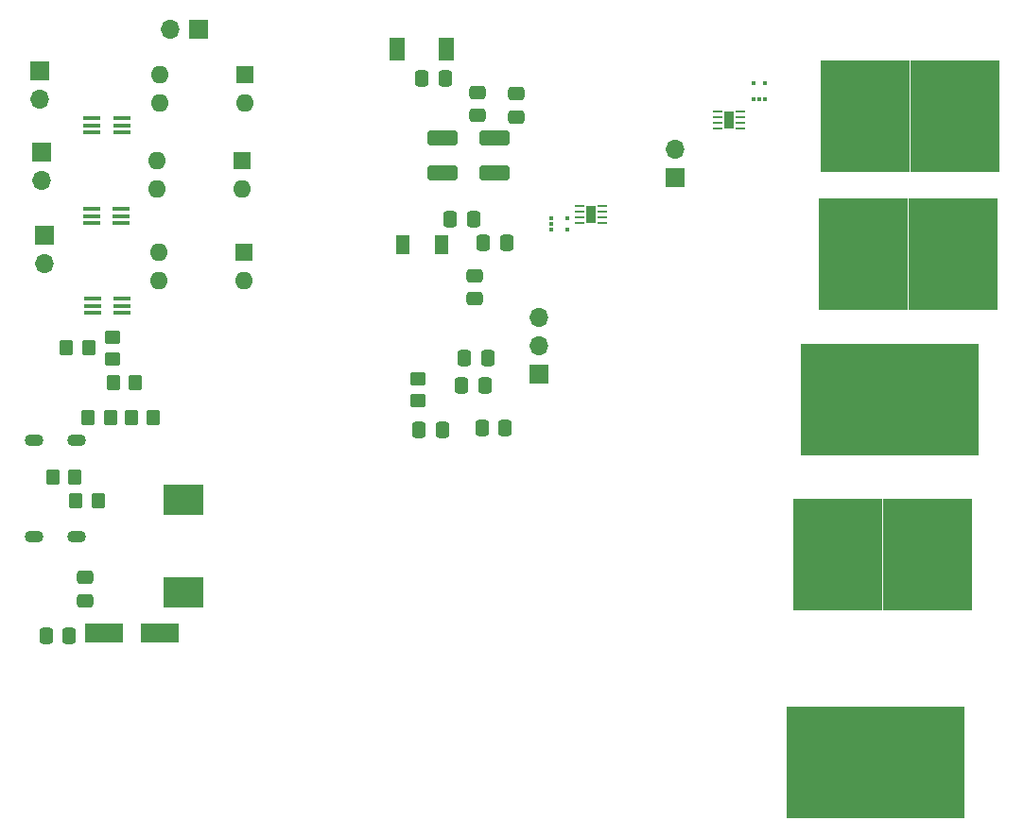
<source format=gbr>
%TF.GenerationSoftware,KiCad,Pcbnew,(6.0.2)*%
%TF.CreationDate,2022-04-11T01:59:28-07:00*%
%TF.ProjectId,schematic,73636865-6d61-4746-9963-2e6b69636164,rev?*%
%TF.SameCoordinates,Original*%
%TF.FileFunction,Soldermask,Bot*%
%TF.FilePolarity,Negative*%
%FSLAX46Y46*%
G04 Gerber Fmt 4.6, Leading zero omitted, Abs format (unit mm)*
G04 Created by KiCad (PCBNEW (6.0.2)) date 2022-04-11 01:59:28*
%MOMM*%
%LPD*%
G01*
G04 APERTURE LIST*
G04 Aperture macros list*
%AMRoundRect*
0 Rectangle with rounded corners*
0 $1 Rounding radius*
0 $2 $3 $4 $5 $6 $7 $8 $9 X,Y pos of 4 corners*
0 Add a 4 corners polygon primitive as box body*
4,1,4,$2,$3,$4,$5,$6,$7,$8,$9,$2,$3,0*
0 Add four circle primitives for the rounded corners*
1,1,$1+$1,$2,$3*
1,1,$1+$1,$4,$5*
1,1,$1+$1,$6,$7*
1,1,$1+$1,$8,$9*
0 Add four rect primitives between the rounded corners*
20,1,$1+$1,$2,$3,$4,$5,0*
20,1,$1+$1,$4,$5,$6,$7,0*
20,1,$1+$1,$6,$7,$8,$9,0*
20,1,$1+$1,$8,$9,$2,$3,0*%
G04 Aperture macros list end*
%ADD10R,8.000000X10.000000*%
%ADD11RoundRect,0.062500X0.325000X0.062500X-0.325000X0.062500X-0.325000X-0.062500X0.325000X-0.062500X0*%
%ADD12R,0.900000X1.650000*%
%ADD13R,1.700000X1.700000*%
%ADD14O,1.700000X1.700000*%
%ADD15R,0.300000X0.450000*%
%ADD16O,1.700000X1.100000*%
%ADD17R,0.450000X0.300000*%
%ADD18R,1.400000X2.100000*%
%ADD19RoundRect,0.250000X0.450000X-0.350000X0.450000X0.350000X-0.450000X0.350000X-0.450000X-0.350000X0*%
%ADD20R,3.500000X1.800000*%
%ADD21R,1.300000X1.700000*%
%ADD22R,1.600000X1.600000*%
%ADD23O,1.600000X1.600000*%
%ADD24RoundRect,0.250000X0.350000X0.450000X-0.350000X0.450000X-0.350000X-0.450000X0.350000X-0.450000X0*%
%ADD25RoundRect,0.250000X-0.337500X-0.475000X0.337500X-0.475000X0.337500X0.475000X-0.337500X0.475000X0*%
%ADD26RoundRect,0.062500X-0.325000X-0.062500X0.325000X-0.062500X0.325000X0.062500X-0.325000X0.062500X0*%
%ADD27RoundRect,0.250000X0.337500X0.475000X-0.337500X0.475000X-0.337500X-0.475000X0.337500X-0.475000X0*%
%ADD28RoundRect,0.250000X0.475000X-0.337500X0.475000X0.337500X-0.475000X0.337500X-0.475000X-0.337500X0*%
%ADD29R,1.500000X0.400000*%
%ADD30RoundRect,0.250000X-0.350000X-0.450000X0.350000X-0.450000X0.350000X0.450000X-0.350000X0.450000X0*%
%ADD31RoundRect,0.250000X-1.100000X0.412500X-1.100000X-0.412500X1.100000X-0.412500X1.100000X0.412500X0*%
%ADD32RoundRect,0.250000X-0.450000X0.350000X-0.450000X-0.350000X0.450000X-0.350000X0.450000X0.350000X0*%
%ADD33RoundRect,0.250000X-0.475000X0.337500X-0.475000X-0.337500X0.475000X-0.337500X0.475000X0.337500X0*%
%ADD34R,3.600000X2.700000*%
G04 APERTURE END LIST*
D10*
%TO.C,J8*%
X171152400Y-113334800D03*
X179152400Y-113334800D03*
%TD*%
%TO.C,J7*%
X172440600Y-80822800D03*
X180440600Y-80822800D03*
%TD*%
%TO.C,J6*%
X171806600Y-94716600D03*
X179806600Y-94716600D03*
%TD*%
%TO.C,J5*%
X174091600Y-67767200D03*
X182091600Y-67767200D03*
%TD*%
%TO.C,J3*%
X174251200Y-55448200D03*
X182251200Y-55448200D03*
%TD*%
D11*
%TO.C,U6*%
X163039300Y-55035000D03*
X163039300Y-55535000D03*
X163039300Y-56035000D03*
X163039300Y-56535000D03*
X161064300Y-56535000D03*
X161064300Y-56035000D03*
X161064300Y-55535000D03*
X161064300Y-55035000D03*
D12*
X162051800Y-55785000D03*
%TD*%
D13*
%TO.C,SW1*%
X114547600Y-47667000D03*
D14*
X112007600Y-47667000D03*
%TD*%
D15*
%TO.C,U2*%
X165219000Y-53913000D03*
X164719000Y-53913000D03*
X164219000Y-53913000D03*
X164219000Y-52513000D03*
X165219000Y-52513000D03*
%TD*%
D13*
%TO.C,BT2*%
X100501400Y-58639800D03*
D14*
X100501400Y-61179800D03*
%TD*%
D16*
%TO.C,J2*%
X99796600Y-84448000D03*
X103646600Y-93098000D03*
X99846600Y-93098000D03*
X103596600Y-84448000D03*
%TD*%
D13*
%TO.C,BT3*%
X100730000Y-66107400D03*
D14*
X100730000Y-68647400D03*
%TD*%
D17*
%TO.C,U7*%
X146148600Y-65557400D03*
X146148600Y-65057400D03*
X146148600Y-64557400D03*
X147548600Y-64557400D03*
X147548600Y-65557400D03*
%TD*%
D13*
%TO.C,J1*%
X157226000Y-60965000D03*
D14*
X157226000Y-58425000D03*
%TD*%
D13*
%TO.C,BT1*%
X100349000Y-51350000D03*
D14*
X100349000Y-53890000D03*
%TD*%
D13*
%TO.C,J4*%
X144997000Y-78559000D03*
D14*
X144997000Y-76019000D03*
X144997000Y-73479000D03*
%TD*%
D18*
%TO.C,D5*%
X136746000Y-49408000D03*
X132346000Y-49408000D03*
%TD*%
D19*
%TO.C,R34*%
X106876800Y-77235400D03*
X106876800Y-75235400D03*
%TD*%
D20*
%TO.C,D4*%
X106059600Y-101777800D03*
X111059600Y-101777800D03*
%TD*%
D21*
%TO.C,D3*%
X136290000Y-66995000D03*
X132790000Y-66995000D03*
%TD*%
D22*
%TO.C,U14*%
X118627000Y-67626400D03*
D23*
X118627000Y-70166400D03*
X111007000Y-70166400D03*
X111007000Y-67626400D03*
%TD*%
D24*
%TO.C,R9*%
X103463600Y-87807800D03*
X101463600Y-87807800D03*
%TD*%
D25*
%TO.C,C17*%
X140048000Y-66807000D03*
X142123000Y-66807000D03*
%TD*%
%TO.C,C6*%
X138096000Y-79534000D03*
X140171000Y-79534000D03*
%TD*%
D26*
%TO.C,U18*%
X148691500Y-64966000D03*
X148691500Y-64466000D03*
X148691500Y-63966000D03*
X148691500Y-63466000D03*
X150666500Y-63466000D03*
X150666500Y-63966000D03*
X150666500Y-64466000D03*
X150666500Y-64966000D03*
D12*
X149679000Y-64216000D03*
%TD*%
D27*
%TO.C,C5*%
X136361000Y-83512000D03*
X134286000Y-83512000D03*
%TD*%
D28*
%TO.C,C15*%
X104368600Y-98852900D03*
X104368600Y-96777900D03*
%TD*%
D27*
%TO.C,C10*%
X139911000Y-83362800D03*
X141986000Y-83362800D03*
%TD*%
D28*
%TO.C,C19*%
X139540000Y-55377000D03*
X139540000Y-53302000D03*
%TD*%
D29*
%TO.C,U10*%
X107606400Y-63745200D03*
X107606400Y-64395200D03*
X107606400Y-65045200D03*
X104946400Y-65045200D03*
X104946400Y-64395200D03*
X104946400Y-63745200D03*
%TD*%
%TO.C,U11*%
X107689600Y-71771600D03*
X107689600Y-72421600D03*
X107689600Y-73071600D03*
X105029600Y-73071600D03*
X105029600Y-72421600D03*
X105029600Y-71771600D03*
%TD*%
D25*
%TO.C,C11*%
X134565500Y-52075000D03*
X136640500Y-52075000D03*
%TD*%
D30*
%TO.C,R8*%
X103546400Y-89916000D03*
X105546400Y-89916000D03*
%TD*%
D24*
%TO.C,R7*%
X104692400Y-76175200D03*
X102692400Y-76175200D03*
%TD*%
D25*
%TO.C,C9*%
X137080000Y-64709000D03*
X139155000Y-64709000D03*
%TD*%
D31*
%TO.C,C12*%
X136365000Y-57409000D03*
X136365000Y-60534000D03*
%TD*%
D32*
%TO.C,R1*%
X134202000Y-78940000D03*
X134202000Y-80940000D03*
%TD*%
D29*
%TO.C,U9*%
X107673400Y-55602200D03*
X107673400Y-56252200D03*
X107673400Y-56902200D03*
X105013400Y-56902200D03*
X105013400Y-56252200D03*
X105013400Y-55602200D03*
%TD*%
D27*
%TO.C,C7*%
X140425000Y-77121000D03*
X138350000Y-77121000D03*
%TD*%
D28*
%TO.C,C22*%
X142969000Y-55504000D03*
X142969000Y-53429000D03*
%TD*%
D31*
%TO.C,C13*%
X141064000Y-57409000D03*
X141064000Y-60534000D03*
%TD*%
D30*
%TO.C,R30*%
X104648200Y-82423600D03*
X106648200Y-82423600D03*
%TD*%
D33*
%TO.C,C16*%
X139286000Y-69728000D03*
X139286000Y-71803000D03*
%TD*%
D22*
%TO.C,U12*%
X118728600Y-51751400D03*
D23*
X118728600Y-54291400D03*
X111108600Y-54291400D03*
X111108600Y-51751400D03*
%TD*%
D22*
%TO.C,U13*%
X118474600Y-59396800D03*
D23*
X118474600Y-61936800D03*
X110854600Y-61936800D03*
X110854600Y-59396800D03*
%TD*%
D27*
%TO.C,C21*%
X102967700Y-102006400D03*
X100892700Y-102006400D03*
%TD*%
D34*
%TO.C,L3*%
X113182400Y-98104600D03*
X113182400Y-89804600D03*
%TD*%
D30*
%TO.C,R6*%
X106908800Y-79274000D03*
X108908800Y-79274000D03*
%TD*%
%TO.C,R31*%
X108502400Y-82423600D03*
X110502400Y-82423600D03*
%TD*%
M02*

</source>
